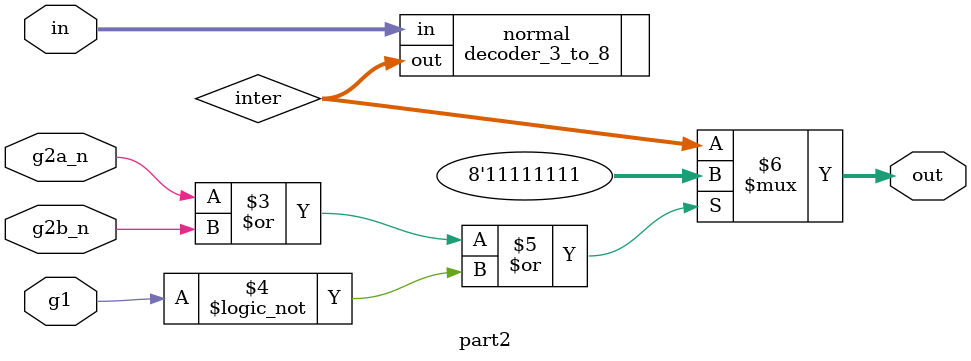
<source format=v>
`timescale 1ns / 1ps


module part2(
    g2a_n,
    g2b_n,
    g1,
    in,
    out
    );
    
    input [0:0]g2a_n;
    input [0:0]g2b_n;
    input [0:0]g1;
    input [2:0]in;
    output wire[7:0]out;
    reg [7:0]inter;
    integer k;    
    decoder_3_to_8 normal (.in(in),.out(inter));
    
    assign out = (g2a_n == 1 | g2b_n == 1 | !g1) ? 8'b11111111: inter;

    
       
    /*
    always @(*)  
    if(g2a_n == 1 || g2b_n == 1 || !g1)
        for(k=0; k < 8; k= k+ 1)
        begin
            out[k] = 1;
        end
    else
        for(k = 0; k< 8; k= k+1)
        begin
            if(k == in)
                out[k]=0;
            else
                out[k]=1;
        end
     */
   
        
endmodule

</source>
